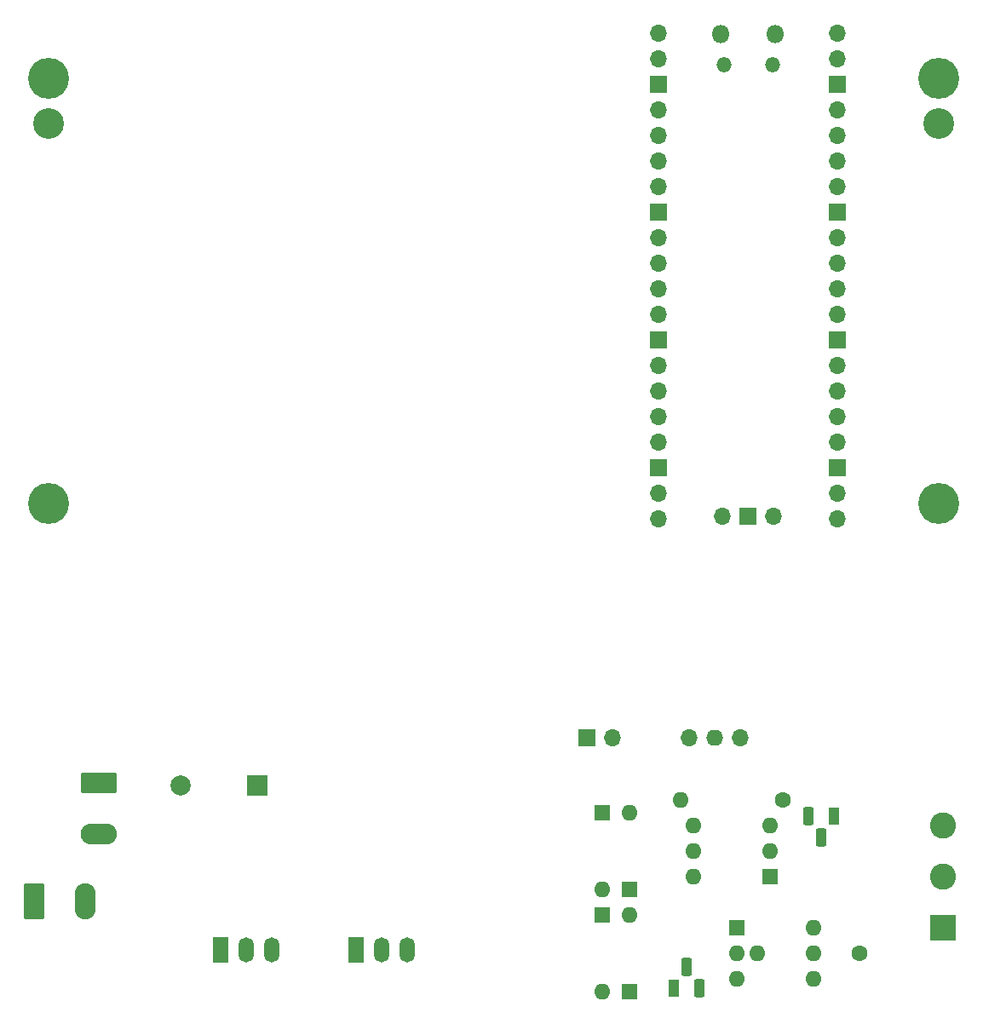
<source format=gbr>
%TF.GenerationSoftware,KiCad,Pcbnew,7.0.7*%
%TF.CreationDate,2024-10-03T14:14:53+02:00*%
%TF.ProjectId,rp2040Term_pcb Version,72703230-3430-4546-9572-6d5f70636220,rev?*%
%TF.SameCoordinates,Original*%
%TF.FileFunction,Soldermask,Bot*%
%TF.FilePolarity,Negative*%
%FSLAX46Y46*%
G04 Gerber Fmt 4.6, Leading zero omitted, Abs format (unit mm)*
G04 Created by KiCad (PCBNEW 7.0.7) date 2024-10-03 14:14:53*
%MOMM*%
%LPD*%
G01*
G04 APERTURE LIST*
G04 Aperture macros list*
%AMRoundRect*
0 Rectangle with rounded corners*
0 $1 Rounding radius*
0 $2 $3 $4 $5 $6 $7 $8 $9 X,Y pos of 4 corners*
0 Add a 4 corners polygon primitive as box body*
4,1,4,$2,$3,$4,$5,$6,$7,$8,$9,$2,$3,0*
0 Add four circle primitives for the rounded corners*
1,1,$1+$1,$2,$3*
1,1,$1+$1,$4,$5*
1,1,$1+$1,$6,$7*
1,1,$1+$1,$8,$9*
0 Add four rect primitives between the rounded corners*
20,1,$1+$1,$2,$3,$4,$5,0*
20,1,$1+$1,$4,$5,$6,$7,0*
20,1,$1+$1,$6,$7,$8,$9,0*
20,1,$1+$1,$8,$9,$2,$3,0*%
G04 Aperture macros list end*
%ADD10O,1.700000X1.700000*%
%ADD11O,1.700000X1.600000*%
%ADD12R,1.700000X1.700000*%
%ADD13O,1.800000X1.800000*%
%ADD14O,1.500000X1.500000*%
%ADD15R,1.600000X1.600000*%
%ADD16O,1.600000X1.600000*%
%ADD17R,2.000000X2.000000*%
%ADD18C,2.000000*%
%ADD19RoundRect,0.249999X-1.550001X0.790001X-1.550001X-0.790001X1.550001X-0.790001X1.550001X0.790001X0*%
%ADD20O,3.600000X2.080000*%
%ADD21C,1.600000*%
%ADD22RoundRect,0.249999X-0.790001X-1.550001X0.790001X-1.550001X0.790001X1.550001X-0.790001X1.550001X0*%
%ADD23O,2.080000X3.600000*%
%ADD24R,1.500000X2.500000*%
%ADD25O,1.500000X2.500000*%
%ADD26R,1.100000X1.800000*%
%ADD27RoundRect,0.275000X-0.275000X-0.625000X0.275000X-0.625000X0.275000X0.625000X-0.275000X0.625000X0*%
%ADD28C,4.064000*%
%ADD29C,3.048000*%
%ADD30RoundRect,0.275000X0.275000X0.625000X-0.275000X0.625000X-0.275000X-0.625000X0.275000X-0.625000X0*%
%ADD31C,2.600000*%
%ADD32R,2.600000X2.600000*%
G04 APERTURE END LIST*
D10*
%TO.C,PS1*%
X101824500Y-96673500D03*
D11*
X99284500Y-96673500D03*
D10*
X96744500Y-96673500D03*
X89124500Y-96673500D03*
D12*
X86584500Y-96673500D03*
%TD*%
D10*
%TO.C,U1*%
X105156000Y-74700000D03*
D12*
X102616000Y-74700000D03*
D10*
X100076000Y-74700000D03*
X111506000Y-26670000D03*
X111506000Y-29210000D03*
D12*
X111506000Y-31750000D03*
D10*
X111506000Y-34290000D03*
X111506000Y-36830000D03*
X111506000Y-39370000D03*
X111506000Y-41910000D03*
D12*
X111506000Y-44450000D03*
D10*
X111506000Y-46990000D03*
X111506000Y-49530000D03*
X111506000Y-52070000D03*
X111506000Y-54610000D03*
D12*
X111506000Y-57150000D03*
D10*
X111506000Y-59690000D03*
X111506000Y-62230000D03*
X111506000Y-64770000D03*
X111506000Y-67310000D03*
D12*
X111506000Y-69850000D03*
D10*
X111506000Y-72390000D03*
X111506000Y-74930000D03*
X93726000Y-74930000D03*
X93726000Y-72390000D03*
D12*
X93726000Y-69850000D03*
D10*
X93726000Y-67310000D03*
X93726000Y-64770000D03*
X93726000Y-62230000D03*
X93726000Y-59690000D03*
D12*
X93726000Y-57150000D03*
D10*
X93726000Y-54610000D03*
X93726000Y-52070000D03*
X93726000Y-49530000D03*
X93726000Y-46990000D03*
D12*
X93726000Y-44450000D03*
D10*
X93726000Y-41910000D03*
X93726000Y-39370000D03*
X93726000Y-36830000D03*
X93726000Y-34290000D03*
D12*
X93726000Y-31750000D03*
D10*
X93726000Y-29210000D03*
X93726000Y-26670000D03*
D13*
X105341000Y-26800000D03*
D14*
X105041000Y-29830000D03*
X100191000Y-29830000D03*
D13*
X99891000Y-26800000D03*
%TD*%
D15*
%TO.C,D3*%
X90805000Y-111760000D03*
D16*
X90805000Y-104140000D03*
%TD*%
D15*
%TO.C,D1*%
X90805000Y-121920000D03*
D16*
X90805000Y-114300000D03*
%TD*%
D17*
%TO.C,LS1*%
X53838000Y-101473000D03*
D18*
X46238000Y-101473000D03*
%TD*%
D19*
%TO.C,J3*%
X38067500Y-101219000D03*
D20*
X38067500Y-106299000D03*
%TD*%
D21*
%TO.C,JP2*%
X106045000Y-102870000D03*
D16*
X95885000Y-102870000D03*
%TD*%
D22*
%TO.C,J2*%
X31623000Y-112935500D03*
D23*
X36703000Y-112935500D03*
%TD*%
D24*
%TO.C,U5*%
X50145500Y-117760500D03*
D25*
X52685500Y-117760500D03*
X55225500Y-117760500D03*
%TD*%
D21*
%TO.C,JP1*%
X113665000Y-118110000D03*
D16*
X103505000Y-118110000D03*
%TD*%
D26*
%TO.C,Q2*%
X95238000Y-121570000D03*
D27*
X96508000Y-119500000D03*
X97778000Y-121570000D03*
%TD*%
D16*
%TO.C,D4*%
X88138000Y-111760000D03*
D15*
X88138000Y-104140000D03*
%TD*%
D16*
%TO.C,D2*%
X88138000Y-121920000D03*
D15*
X88138000Y-114300000D03*
%TD*%
D28*
%TO.C,U2*%
X121590200Y-73441000D03*
D29*
X121590200Y-35641000D03*
D28*
X121590200Y-31141000D03*
X33090200Y-73441000D03*
D29*
X33090200Y-35641000D03*
D28*
X33090200Y-31141000D03*
%TD*%
D26*
%TO.C,Q1*%
X111125000Y-104490000D03*
D30*
X109855000Y-106560000D03*
X108585000Y-104490000D03*
%TD*%
D24*
%TO.C,U6*%
X63607500Y-117760500D03*
D25*
X66147500Y-117760500D03*
X68687500Y-117760500D03*
%TD*%
D31*
%TO.C,J1*%
X121971000Y-105415000D03*
X121971000Y-110495000D03*
D32*
X121971000Y-115575000D03*
%TD*%
D15*
%TO.C,U4*%
X104765000Y-110475000D03*
D16*
X104765000Y-107935000D03*
X104765000Y-105395000D03*
X97145000Y-105395000D03*
X97145000Y-107935000D03*
X97145000Y-110475000D03*
%TD*%
%TO.C,U3*%
X109103000Y-115585000D03*
X109103000Y-118125000D03*
X109103000Y-120665000D03*
X101483000Y-120665000D03*
X101483000Y-118125000D03*
D15*
X101483000Y-115585000D03*
%TD*%
M02*

</source>
